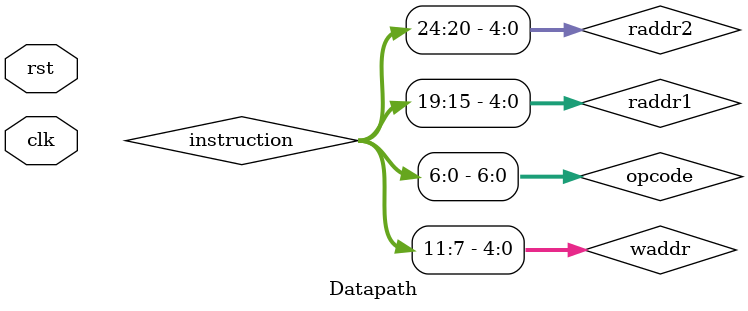
<source format=sv>
module Datapath(
    input logic clk, rst
);
    logic [31:0] PC_out, PCplus4, sign_extended, instruction, ALU_result, rdata, rdata1, rdata2, wdata;
    logic [31:0] sel_input_A, sel_input_B;
    logic [4:0] raddr1, raddr2, waddr;
    logic [6:0] opcode;
    logic [3:0] alu_op;
    logic [2:0] br_type;
    logic [1:0] wb_sel;
    logic reg_wr, rd_en, wr_en, br_taken, sel_A, sel_B;

    always_comb begin 

        opcode = instruction[6:0];
        raddr1 = instruction[19:15];
        raddr2 = instruction[24:20];
        waddr = instruction[11:7];

        sel_input_A = sel_A ? rdata1 : PC_out;
        sel_input_B = sel_B ? sign_extended : rdata2;
        
    end
    
    PC pc_0(clk, rst, br_taken, ALU_result, PC_out, PCplus4);
    Instruction_Memory inst_mem_0(PC_out, instruction);
    Register_File reg_file_0(clk, reg_wr, raddr1, raddr2, waddr, wdata, rdata1, rdata2);
    ALU alu_0(alu_op, sel_input_A , sel_input_B, ALU_result);
    Data_Memory data_mem_0(clk, wr_en, rd_en, ALU_result, rdata2, rdata);
    Branch_Condition branch_condition_0(br_type, rdata1, rdata2, br_taken);
    Write_Back_Mux write_back_mux_0(wb_sel, ALU_result, rdata, PC_out, wdata);
    Immediate_Generator immediate_generator_0(instruction, sign_extended);
    Controller controller_0(instruction, reg_wr, rd_en, wr_en, sel_A, sel_B, wb_sel, alu_op, br_type);

endmodule
</source>
